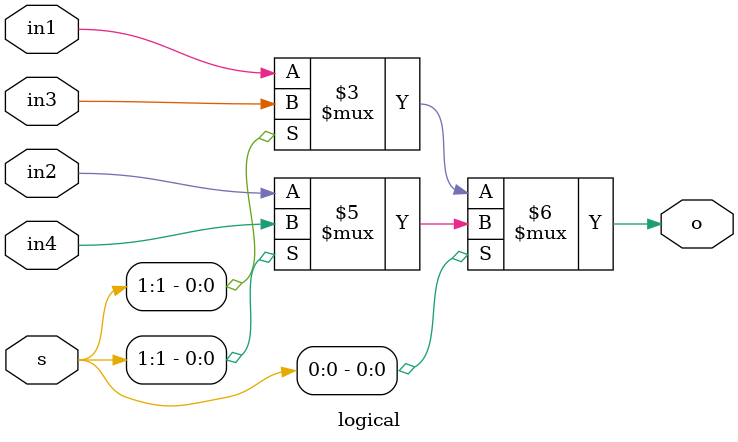
<source format=v>
module logical
(
   input in1,
   input in2,
   input in3,
   input in4,
   input [1:0]s,
   output o


);

assign o = (s[0]==0)?((s[1]==0)?in1:in3):((s[1]==0)?in2:in4);

endmodule
</source>
